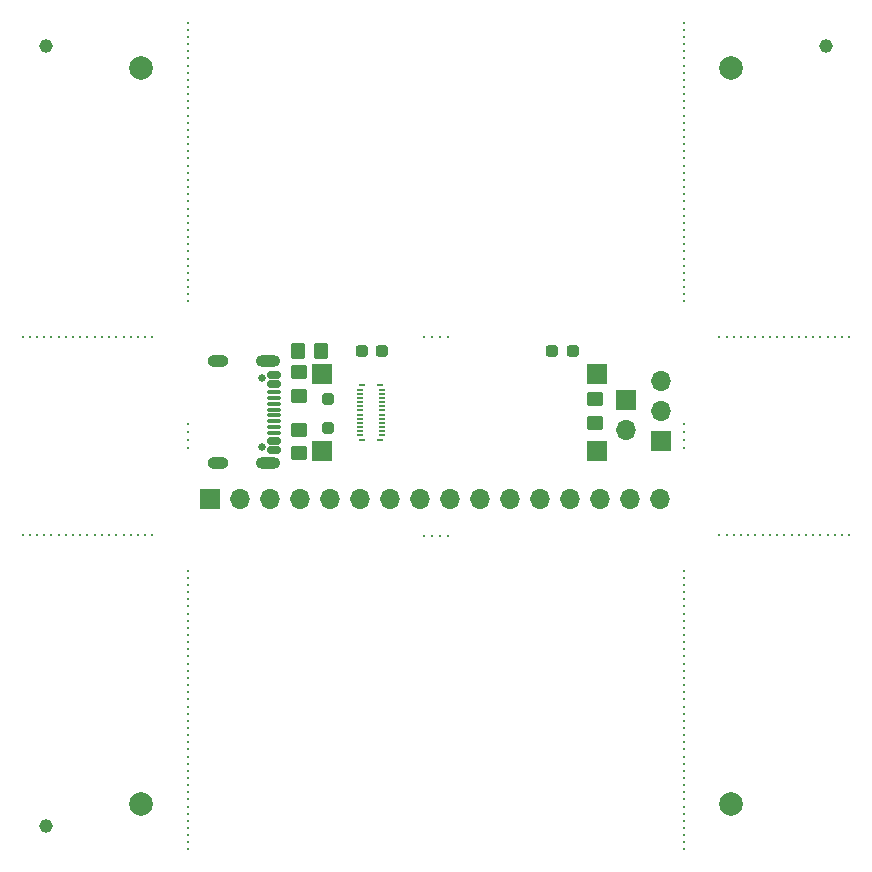
<source format=gts>
G04 #@! TF.GenerationSoftware,KiCad,Pcbnew,8.0.7*
G04 #@! TF.CreationDate,2025-01-10T19:55:37-05:00*
G04 #@! TF.ProjectId,panel,70616e65-6c2e-46b6-9963-61645f706362,rev?*
G04 #@! TF.SameCoordinates,Original*
G04 #@! TF.FileFunction,Soldermask,Top*
G04 #@! TF.FilePolarity,Negative*
%FSLAX46Y46*%
G04 Gerber Fmt 4.6, Leading zero omitted, Abs format (unit mm)*
G04 Created by KiCad (PCBNEW 8.0.7) date 2025-01-10 19:55:37*
%MOMM*%
%LPD*%
G01*
G04 APERTURE LIST*
G04 Aperture macros list*
%AMRoundRect*
0 Rectangle with rounded corners*
0 $1 Rounding radius*
0 $2 $3 $4 $5 $6 $7 $8 $9 X,Y pos of 4 corners*
0 Add a 4 corners polygon primitive as box body*
4,1,4,$2,$3,$4,$5,$6,$7,$8,$9,$2,$3,0*
0 Add four circle primitives for the rounded corners*
1,1,$1+$1,$2,$3*
1,1,$1+$1,$4,$5*
1,1,$1+$1,$6,$7*
1,1,$1+$1,$8,$9*
0 Add four rect primitives between the rounded corners*
20,1,$1+$1,$2,$3,$4,$5,0*
20,1,$1+$1,$4,$5,$6,$7,0*
20,1,$1+$1,$6,$7,$8,$9,0*
20,1,$1+$1,$8,$9,$2,$3,0*%
G04 Aperture macros list end*
%ADD10C,0.300000*%
%ADD11R,1.700000X1.700000*%
%ADD12O,1.700000X1.700000*%
%ADD13R,0.485000X0.180000*%
%ADD14R,0.535000X0.230000*%
%ADD15RoundRect,0.250000X0.450000X-0.350000X0.450000X0.350000X-0.450000X0.350000X-0.450000X-0.350000X0*%
%ADD16RoundRect,0.237500X0.287500X0.237500X-0.287500X0.237500X-0.287500X-0.237500X0.287500X-0.237500X0*%
%ADD17C,0.650000*%
%ADD18RoundRect,0.150000X-0.425000X0.150000X-0.425000X-0.150000X0.425000X-0.150000X0.425000X0.150000X0*%
%ADD19RoundRect,0.075000X-0.500000X0.075000X-0.500000X-0.075000X0.500000X-0.075000X0.500000X0.075000X0*%
%ADD20O,2.100000X1.000000*%
%ADD21O,1.800000X1.000000*%
%ADD22C,1.152000*%
%ADD23RoundRect,0.250000X0.250000X-0.250000X0.250000X0.250000X-0.250000X0.250000X-0.250000X-0.250000X0*%
%ADD24RoundRect,0.250000X-0.350000X-0.450000X0.350000X-0.450000X0.350000X0.450000X-0.350000X0.450000X0*%
%ADD25RoundRect,0.237500X-0.287500X-0.237500X0.287500X-0.237500X0.287500X0.237500X-0.287500X0.237500X0*%
%ADD26C,2.000000*%
G04 APERTURE END LIST*
D10*
G04 #@! TO.C,KiKit_MB_8_26*
X56000000Y-61528205D03*
G04 #@! TD*
G04 #@! TO.C,KiKit_MB_6_26*
X56000000Y-15128206D03*
G04 #@! TD*
G04 #@! TO.C,KiKit_MB_9_4*
X1833334Y-26600000D03*
G04 #@! TD*
G04 #@! TO.C,KiKit_MB_10_6*
X3055556Y-43400000D03*
G04 #@! TD*
G04 #@! TO.C,KiKit_MB_6_8*
X56000000Y-4235898D03*
G04 #@! TD*
G04 #@! TO.C,KiKit_MB_7_26*
X14000000Y-61528205D03*
G04 #@! TD*
G04 #@! TO.C,KiKit_MB_12_1*
X59000000Y-43400000D03*
G04 #@! TD*
G04 #@! TO.C,KiKit_MB_7_36*
X14000000Y-67579487D03*
G04 #@! TD*
G04 #@! TO.C,KiKit_MB_6_37*
X56000000Y-21784616D03*
G04 #@! TD*
G04 #@! TO.C,KiKit_MB_1_3*
X13970000Y-34666667D03*
G04 #@! TD*
G04 #@! TO.C,KiKit_MB_10_5*
X2444445Y-43400000D03*
G04 #@! TD*
G04 #@! TO.C,KiKit_MB_9_7*
X3666667Y-26600000D03*
G04 #@! TD*
G04 #@! TO.C,KiKit_MB_6_1*
X56000000Y0D03*
G04 #@! TD*
G04 #@! TO.C,KiKit_MB_7_16*
X14000000Y-55476923D03*
G04 #@! TD*
G04 #@! TO.C,KiKit_MB_11_19*
X70000000Y-26600000D03*
G04 #@! TD*
G04 #@! TO.C,KiKit_MB_5_16*
X14000000Y-9076924D03*
G04 #@! TD*
G04 #@! TO.C,KiKit_MB_9_11*
X6111112Y-26600000D03*
G04 #@! TD*
D11*
G04 #@! TO.C,J3*
X51100000Y-31975000D03*
D12*
X51100000Y-34515000D03*
G04 #@! TD*
D10*
G04 #@! TO.C,KiKit_MB_6_4*
X56000000Y-1815385D03*
G04 #@! TD*
G04 #@! TO.C,KiKit_MB_4_4*
X34000000Y-43430000D03*
G04 #@! TD*
G04 #@! TO.C,KiKit_MB_11_17*
X68777777Y-26600000D03*
G04 #@! TD*
G04 #@! TO.C,KiKit_MB_6_34*
X56000000Y-19969231D03*
G04 #@! TD*
G04 #@! TO.C,KiKit_MB_9_6*
X3055556Y-26600000D03*
G04 #@! TD*
G04 #@! TO.C,KiKit_MB_11_1*
X59000000Y-26600000D03*
G04 #@! TD*
D13*
G04 #@! TO.C,J1*
X30407000Y-31075000D03*
X30407000Y-31425000D03*
X30407000Y-31775000D03*
X30407000Y-32125000D03*
X30407000Y-32475000D03*
X30407000Y-32825000D03*
X30407000Y-33175000D03*
X30407000Y-33525000D03*
X30407000Y-33875000D03*
X30407000Y-34225000D03*
X30407000Y-34575000D03*
X30407000Y-34925000D03*
X28592000Y-34925000D03*
X28592000Y-34575000D03*
X28592000Y-34225000D03*
X28592000Y-33875000D03*
X28592000Y-33525000D03*
X28592000Y-33175000D03*
X28592000Y-32825000D03*
X28592000Y-32475000D03*
X28592000Y-32125000D03*
X28592000Y-31775000D03*
X28592000Y-31425000D03*
X28592000Y-31075000D03*
D14*
X30268000Y-30700000D03*
X28732000Y-30700000D03*
X30268000Y-35300000D03*
X28732000Y-35300000D03*
G04 #@! TD*
D10*
G04 #@! TO.C,KiKit_MB_7_35*
X14000000Y-66974358D03*
G04 #@! TD*
G04 #@! TO.C,KiKit_MB_5_5*
X14000000Y-2420513D03*
G04 #@! TD*
G04 #@! TO.C,KiKit_MB_7_15*
X14000000Y-54871794D03*
G04 #@! TD*
G04 #@! TO.C,KiKit_MB_8_12*
X56000000Y-53056410D03*
G04 #@! TD*
G04 #@! TO.C,KiKit_MB_7_34*
X14000000Y-66369230D03*
G04 #@! TD*
G04 #@! TO.C,KiKit_MB_7_17*
X14000000Y-56082051D03*
G04 #@! TD*
G04 #@! TO.C,KiKit_MB_6_10*
X56000000Y-5446154D03*
G04 #@! TD*
G04 #@! TO.C,KiKit_MB_5_36*
X14000000Y-21179488D03*
G04 #@! TD*
G04 #@! TO.C,KiKit_MB_5_27*
X14000000Y-15733334D03*
G04 #@! TD*
G04 #@! TO.C,KiKit_MB_7_18*
X14000000Y-56687179D03*
G04 #@! TD*
G04 #@! TO.C,KiKit_MB_12_10*
X64500000Y-43400000D03*
G04 #@! TD*
D15*
G04 #@! TO.C,R1*
X23400000Y-31600000D03*
X23400000Y-29600000D03*
G04 #@! TD*
D10*
G04 #@! TO.C,KiKit_MB_5_37*
X14000000Y-21784616D03*
G04 #@! TD*
G04 #@! TO.C,KiKit_MB_7_3*
X14000000Y-47610256D03*
G04 #@! TD*
G04 #@! TO.C,KiKit_MB_5_11*
X14000000Y-6051283D03*
G04 #@! TD*
G04 #@! TO.C,KiKit_MB_9_1*
X0Y-26600000D03*
G04 #@! TD*
G04 #@! TO.C,KiKit_MB_8_1*
X56000000Y-46400000D03*
G04 #@! TD*
G04 #@! TO.C,KiKit_MB_8_6*
X56000000Y-49425641D03*
G04 #@! TD*
D16*
G04 #@! TO.C,D2*
X30475000Y-27800000D03*
X28725000Y-27800000D03*
G04 #@! TD*
D10*
G04 #@! TO.C,KiKit_MB_10_9*
X4888889Y-43400000D03*
G04 #@! TD*
G04 #@! TO.C,KiKit_MB_5_24*
X14000000Y-13917949D03*
G04 #@! TD*
G04 #@! TO.C,KiKit_MB_11_7*
X62666666Y-26600000D03*
G04 #@! TD*
G04 #@! TO.C,KiKit_MB_5_25*
X14000000Y-14523077D03*
G04 #@! TD*
G04 #@! TO.C,KiKit_MB_9_8*
X4277778Y-26600000D03*
G04 #@! TD*
G04 #@! TO.C,KiKit_MB_5_7*
X14000000Y-3630770D03*
G04 #@! TD*
G04 #@! TO.C,KiKit_MB_7_13*
X14000000Y-53661538D03*
G04 #@! TD*
G04 #@! TO.C,KiKit_MB_6_38*
X56000000Y-22389744D03*
G04 #@! TD*
G04 #@! TO.C,KiKit_MB_11_5*
X61444444Y-26600000D03*
G04 #@! TD*
G04 #@! TO.C,KiKit_MB_5_3*
X14000000Y-1210257D03*
G04 #@! TD*
D17*
G04 #@! TO.C,P1*
X20255000Y-30110000D03*
X20255000Y-35890000D03*
D18*
X21330000Y-29800000D03*
X21330000Y-30600000D03*
D19*
X21330000Y-31750000D03*
X21330000Y-32750000D03*
X21330000Y-33250000D03*
X21330000Y-34250000D03*
D18*
X21330000Y-35400000D03*
X21330000Y-36200000D03*
X21330000Y-36200000D03*
X21330000Y-35400000D03*
D19*
X21330000Y-34750000D03*
X21330000Y-33750000D03*
X21330000Y-32250000D03*
X21330000Y-31250000D03*
D18*
X21330000Y-30600000D03*
X21330000Y-29800000D03*
D20*
X20755000Y-28680000D03*
D21*
X16575000Y-28680000D03*
D20*
X20755000Y-37320000D03*
D21*
X16575000Y-37320000D03*
G04 #@! TD*
D10*
G04 #@! TO.C,KiKit_MB_7_1*
X14000000Y-46400000D03*
G04 #@! TD*
G04 #@! TO.C,KiKit_MB_5_32*
X14000000Y-18758975D03*
G04 #@! TD*
D22*
G04 #@! TO.C,KiKit_TO_1*
X2000000Y-2000000D03*
G04 #@! TD*
D10*
G04 #@! TO.C,KiKit_MB_6_9*
X56000000Y-4841026D03*
G04 #@! TD*
G04 #@! TO.C,KiKit_MB_12_13*
X66333333Y-43400000D03*
G04 #@! TD*
G04 #@! TO.C,KiKit_MB_8_37*
X56000000Y-68184615D03*
G04 #@! TD*
G04 #@! TO.C,KiKit_MB_11_11*
X65111111Y-26600000D03*
G04 #@! TD*
G04 #@! TO.C,KiKit_MB_5_39*
X14000000Y-22994872D03*
G04 #@! TD*
G04 #@! TO.C,KiKit_MB_11_2*
X59611111Y-26600000D03*
G04 #@! TD*
G04 #@! TO.C,KiKit_MB_10_1*
X0Y-43400000D03*
G04 #@! TD*
G04 #@! TO.C,KiKit_MB_8_29*
X56000000Y-63343589D03*
G04 #@! TD*
G04 #@! TO.C,KiKit_MB_7_23*
X14000000Y-59712820D03*
G04 #@! TD*
G04 #@! TO.C,KiKit_MB_8_8*
X56000000Y-50635897D03*
G04 #@! TD*
G04 #@! TO.C,KiKit_MB_3_2*
X34666667Y-26570000D03*
G04 #@! TD*
G04 #@! TO.C,KiKit_MB_6_30*
X56000000Y-17548718D03*
G04 #@! TD*
G04 #@! TO.C,KiKit_MB_12_3*
X60222222Y-43400000D03*
G04 #@! TD*
G04 #@! TO.C,KiKit_MB_5_21*
X14000000Y-12102565D03*
G04 #@! TD*
G04 #@! TO.C,KiKit_MB_8_5*
X56000000Y-48820512D03*
G04 #@! TD*
G04 #@! TO.C,KiKit_MB_7_39*
X14000000Y-69394871D03*
G04 #@! TD*
G04 #@! TO.C,KiKit_MB_10_17*
X9777778Y-43400000D03*
G04 #@! TD*
G04 #@! TO.C,KiKit_MB_7_30*
X14000000Y-63948717D03*
G04 #@! TD*
G04 #@! TO.C,KiKit_MB_8_7*
X56000000Y-50030769D03*
G04 #@! TD*
G04 #@! TO.C,KiKit_MB_6_39*
X56000000Y-22994872D03*
G04 #@! TD*
D22*
G04 #@! TO.C,KiKit_TO_3*
X2000000Y-68000000D03*
G04 #@! TD*
D10*
G04 #@! TO.C,KiKit_MB_8_13*
X56000000Y-53661538D03*
G04 #@! TD*
G04 #@! TO.C,KiKit_MB_6_28*
X56000000Y-16338462D03*
G04 #@! TD*
G04 #@! TO.C,KiKit_MB_11_9*
X63888888Y-26600000D03*
G04 #@! TD*
G04 #@! TO.C,KiKit_MB_9_2*
X611112Y-26600000D03*
G04 #@! TD*
G04 #@! TO.C,KiKit_MB_10_10*
X5500000Y-43400000D03*
G04 #@! TD*
G04 #@! TO.C,KiKit_MB_2_4*
X56030000Y-36000000D03*
G04 #@! TD*
G04 #@! TO.C,KiKit_MB_7_29*
X14000000Y-63343589D03*
G04 #@! TD*
G04 #@! TO.C,KiKit_MB_7_19*
X14000000Y-57292307D03*
G04 #@! TD*
G04 #@! TO.C,KiKit_MB_12_18*
X69388888Y-43400000D03*
G04 #@! TD*
G04 #@! TO.C,KiKit_MB_11_12*
X65722222Y-26600000D03*
G04 #@! TD*
G04 #@! TO.C,KiKit_MB_5_30*
X14000000Y-17548718D03*
G04 #@! TD*
G04 #@! TO.C,KiKit_MB_3_3*
X35333333Y-26570000D03*
G04 #@! TD*
D23*
G04 #@! TO.C,D1*
X25900000Y-34350000D03*
X25900000Y-31850000D03*
G04 #@! TD*
D10*
G04 #@! TO.C,KiKit_MB_8_11*
X56000000Y-52451282D03*
G04 #@! TD*
G04 #@! TO.C,KiKit_MB_11_16*
X68166666Y-26600000D03*
G04 #@! TD*
G04 #@! TO.C,KiKit_MB_9_18*
X10388889Y-26600000D03*
G04 #@! TD*
D24*
G04 #@! TO.C,R3*
X23300000Y-27800000D03*
X25300000Y-27800000D03*
G04 #@! TD*
D10*
G04 #@! TO.C,KiKit_MB_3_4*
X36000000Y-26570000D03*
G04 #@! TD*
G04 #@! TO.C,KiKit_MB_11_15*
X67555555Y-26600000D03*
G04 #@! TD*
G04 #@! TO.C,KiKit_MB_5_19*
X14000000Y-10892308D03*
G04 #@! TD*
G04 #@! TO.C,KiKit_MB_5_2*
X14000000Y-605129D03*
G04 #@! TD*
G04 #@! TO.C,KiKit_MB_7_9*
X14000000Y-51241025D03*
G04 #@! TD*
G04 #@! TO.C,KiKit_MB_7_11*
X14000000Y-52451282D03*
G04 #@! TD*
G04 #@! TO.C,KiKit_MB_8_16*
X56000000Y-55476923D03*
G04 #@! TD*
G04 #@! TO.C,KiKit_MB_8_4*
X56000000Y-48215384D03*
G04 #@! TD*
G04 #@! TO.C,KiKit_MB_7_20*
X14000000Y-57897435D03*
G04 #@! TD*
G04 #@! TO.C,KiKit_MB_8_34*
X56000000Y-66369230D03*
G04 #@! TD*
G04 #@! TO.C,KiKit_MB_10_15*
X8555556Y-43400000D03*
G04 #@! TD*
G04 #@! TO.C,KiKit_MB_12_4*
X60833333Y-43400000D03*
G04 #@! TD*
G04 #@! TO.C,KiKit_MB_2_1*
X56030000Y-34000000D03*
G04 #@! TD*
D25*
G04 #@! TO.C,D3*
X44825000Y-27800000D03*
X46575000Y-27800000D03*
G04 #@! TD*
D10*
G04 #@! TO.C,KiKit_MB_11_4*
X60833333Y-26600000D03*
G04 #@! TD*
G04 #@! TO.C,KiKit_MB_6_27*
X56000000Y-15733334D03*
G04 #@! TD*
G04 #@! TO.C,KiKit_MB_9_15*
X8555556Y-26600000D03*
G04 #@! TD*
G04 #@! TO.C,KiKit_MB_6_18*
X56000000Y-10287180D03*
G04 #@! TD*
G04 #@! TO.C,KiKit_MB_6_35*
X56000000Y-20574359D03*
G04 #@! TD*
G04 #@! TO.C,KiKit_MB_9_3*
X1222223Y-26600000D03*
G04 #@! TD*
G04 #@! TO.C,KiKit_MB_10_4*
X1833334Y-43400000D03*
G04 #@! TD*
G04 #@! TO.C,KiKit_MB_11_8*
X63277777Y-26600000D03*
G04 #@! TD*
G04 #@! TO.C,KiKit_MB_10_3*
X1222223Y-43400000D03*
G04 #@! TD*
G04 #@! TO.C,KiKit_MB_5_4*
X14000000Y-1815385D03*
G04 #@! TD*
G04 #@! TO.C,KiKit_MB_8_31*
X56000000Y-64553846D03*
G04 #@! TD*
D15*
G04 #@! TO.C,R2*
X23400000Y-36450000D03*
X23400000Y-34450000D03*
G04 #@! TD*
D10*
G04 #@! TO.C,KiKit_MB_9_9*
X4888889Y-26600000D03*
G04 #@! TD*
G04 #@! TO.C,KiKit_MB_8_10*
X56000000Y-51846153D03*
G04 #@! TD*
G04 #@! TO.C,KiKit_MB_5_18*
X14000000Y-10287180D03*
G04 #@! TD*
G04 #@! TO.C,KiKit_MB_9_12*
X6722223Y-26600000D03*
G04 #@! TD*
G04 #@! TO.C,KiKit_MB_2_2*
X56030000Y-34666667D03*
G04 #@! TD*
G04 #@! TO.C,KiKit_MB_10_18*
X10388889Y-43400000D03*
G04 #@! TD*
G04 #@! TO.C,KiKit_MB_1_1*
X13970000Y-36000000D03*
G04 #@! TD*
G04 #@! TO.C,KiKit_MB_7_40*
X14000000Y-70000000D03*
G04 #@! TD*
G04 #@! TO.C,KiKit_MB_7_22*
X14000000Y-59107692D03*
G04 #@! TD*
G04 #@! TO.C,KiKit_MB_7_27*
X14000000Y-62133333D03*
G04 #@! TD*
G04 #@! TO.C,KiKit_MB_12_7*
X62666666Y-43400000D03*
G04 #@! TD*
G04 #@! TO.C,KiKit_MB_6_19*
X56000000Y-10892308D03*
G04 #@! TD*
G04 #@! TO.C,KiKit_MB_5_17*
X14000000Y-9682052D03*
G04 #@! TD*
G04 #@! TO.C,KiKit_MB_5_6*
X14000000Y-3025642D03*
G04 #@! TD*
G04 #@! TO.C,KiKit_MB_8_32*
X56000000Y-65158974D03*
G04 #@! TD*
G04 #@! TO.C,KiKit_MB_12_6*
X62055555Y-43400000D03*
G04 #@! TD*
G04 #@! TO.C,KiKit_MB_11_18*
X69388888Y-26600000D03*
G04 #@! TD*
G04 #@! TO.C,KiKit_MB_8_24*
X56000000Y-60317948D03*
G04 #@! TD*
G04 #@! TO.C,KiKit_MB_12_9*
X63888888Y-43400000D03*
G04 #@! TD*
G04 #@! TO.C,KiKit_MB_7_33*
X14000000Y-65764102D03*
G04 #@! TD*
G04 #@! TO.C,KiKit_MB_12_8*
X63277777Y-43400000D03*
G04 #@! TD*
G04 #@! TO.C,KiKit_MB_11_13*
X66333333Y-26600000D03*
G04 #@! TD*
G04 #@! TO.C,KiKit_MB_8_27*
X56000000Y-62133333D03*
G04 #@! TD*
G04 #@! TO.C,KiKit_MB_6_13*
X56000000Y-7261539D03*
G04 #@! TD*
G04 #@! TO.C,KiKit_MB_11_3*
X60222222Y-26600000D03*
G04 #@! TD*
G04 #@! TO.C,KiKit_MB_7_25*
X14000000Y-60923076D03*
G04 #@! TD*
G04 #@! TO.C,KiKit_MB_6_36*
X56000000Y-21179488D03*
G04 #@! TD*
G04 #@! TO.C,KiKit_MB_11_10*
X64500000Y-26600000D03*
G04 #@! TD*
G04 #@! TO.C,KiKit_MB_7_12*
X14000000Y-53056410D03*
G04 #@! TD*
G04 #@! TO.C,KiKit_MB_5_14*
X14000000Y-7866667D03*
G04 #@! TD*
G04 #@! TO.C,KiKit_MB_12_15*
X67555555Y-43400000D03*
G04 #@! TD*
G04 #@! TO.C,KiKit_MB_1_4*
X13970000Y-34000000D03*
G04 #@! TD*
G04 #@! TO.C,KiKit_MB_8_17*
X56000000Y-56082051D03*
G04 #@! TD*
G04 #@! TO.C,KiKit_MB_5_8*
X14000000Y-4235898D03*
G04 #@! TD*
G04 #@! TO.C,KiKit_MB_5_33*
X14000000Y-19364103D03*
G04 #@! TD*
G04 #@! TO.C,KiKit_MB_12_11*
X65111111Y-43400000D03*
G04 #@! TD*
G04 #@! TO.C,KiKit_MB_8_30*
X56000000Y-63948717D03*
G04 #@! TD*
G04 #@! TO.C,KiKit_MB_5_1*
X14000000Y0D03*
G04 #@! TD*
G04 #@! TO.C,KiKit_MB_12_5*
X61444444Y-43400000D03*
G04 #@! TD*
G04 #@! TO.C,KiKit_MB_6_16*
X56000000Y-9076924D03*
G04 #@! TD*
G04 #@! TO.C,KiKit_MB_5_26*
X14000000Y-15128206D03*
G04 #@! TD*
G04 #@! TO.C,KiKit_MB_5_15*
X14000000Y-8471795D03*
G04 #@! TD*
G04 #@! TO.C,KiKit_MB_8_38*
X56000000Y-68789743D03*
G04 #@! TD*
G04 #@! TO.C,KiKit_MB_12_12*
X65722222Y-43400000D03*
G04 #@! TD*
G04 #@! TO.C,KiKit_MB_5_23*
X14000000Y-13312821D03*
G04 #@! TD*
G04 #@! TO.C,KiKit_MB_8_21*
X56000000Y-58502564D03*
G04 #@! TD*
D26*
G04 #@! TO.C,KiKit_FID_T_2*
X60000000Y-3850000D03*
G04 #@! TD*
D10*
G04 #@! TO.C,KiKit_MB_5_38*
X14000000Y-22389744D03*
G04 #@! TD*
G04 #@! TO.C,KiKit_MB_10_8*
X4277778Y-43400000D03*
G04 #@! TD*
G04 #@! TO.C,KiKit_MB_5_34*
X14000000Y-19969231D03*
G04 #@! TD*
G04 #@! TO.C,KiKit_MB_6_12*
X56000000Y-6656411D03*
G04 #@! TD*
G04 #@! TO.C,KiKit_MB_8_19*
X56000000Y-57292307D03*
G04 #@! TD*
G04 #@! TO.C,KiKit_MB_8_2*
X56000000Y-47005128D03*
G04 #@! TD*
G04 #@! TO.C,KiKit_MB_6_15*
X56000000Y-8471795D03*
G04 #@! TD*
G04 #@! TO.C,KiKit_MB_6_6*
X56000000Y-3025642D03*
G04 #@! TD*
G04 #@! TO.C,KiKit_MB_5_29*
X14000000Y-16943590D03*
G04 #@! TD*
G04 #@! TO.C,KiKit_MB_5_22*
X14000000Y-12707693D03*
G04 #@! TD*
G04 #@! TO.C,KiKit_MB_5_28*
X14000000Y-16338462D03*
G04 #@! TD*
G04 #@! TO.C,KiKit_MB_5_10*
X14000000Y-5446154D03*
G04 #@! TD*
G04 #@! TO.C,KiKit_MB_1_2*
X13970000Y-35333333D03*
G04 #@! TD*
G04 #@! TO.C,KiKit_MB_7_21*
X14000000Y-58502564D03*
G04 #@! TD*
G04 #@! TO.C,KiKit_MB_7_10*
X14000000Y-51846153D03*
G04 #@! TD*
G04 #@! TO.C,KiKit_MB_9_17*
X9777778Y-26600000D03*
G04 #@! TD*
G04 #@! TO.C,KiKit_MB_8_20*
X56000000Y-57897435D03*
G04 #@! TD*
G04 #@! TO.C,KiKit_MB_7_38*
X14000000Y-68789743D03*
G04 #@! TD*
G04 #@! TO.C,KiKit_MB_6_20*
X56000000Y-11497436D03*
G04 #@! TD*
G04 #@! TO.C,KiKit_MB_5_31*
X14000000Y-18153847D03*
G04 #@! TD*
G04 #@! TO.C,KiKit_MB_7_24*
X14000000Y-60317948D03*
G04 #@! TD*
G04 #@! TO.C,KiKit_MB_5_13*
X14000000Y-7261539D03*
G04 #@! TD*
G04 #@! TO.C,KiKit_MB_9_10*
X5500000Y-26600000D03*
G04 #@! TD*
G04 #@! TO.C,KiKit_MB_7_2*
X14000000Y-47005128D03*
G04 #@! TD*
G04 #@! TO.C,KiKit_MB_3_1*
X34000000Y-26570000D03*
G04 #@! TD*
G04 #@! TO.C,KiKit_MB_10_16*
X9166667Y-43400000D03*
G04 #@! TD*
G04 #@! TO.C,KiKit_MB_6_7*
X56000000Y-3630770D03*
G04 #@! TD*
G04 #@! TO.C,KiKit_MB_8_15*
X56000000Y-54871794D03*
G04 #@! TD*
G04 #@! TO.C,KiKit_MB_8_28*
X56000000Y-62738461D03*
G04 #@! TD*
G04 #@! TO.C,KiKit_MB_8_36*
X56000000Y-67579487D03*
G04 #@! TD*
G04 #@! TO.C,KiKit_MB_7_4*
X14000000Y-48215384D03*
G04 #@! TD*
G04 #@! TO.C,KiKit_MB_12_16*
X68166666Y-43400000D03*
G04 #@! TD*
G04 #@! TO.C,KiKit_MB_6_31*
X56000000Y-18153847D03*
G04 #@! TD*
G04 #@! TO.C,KiKit_MB_8_40*
X56000000Y-70000000D03*
G04 #@! TD*
G04 #@! TO.C,KiKit_MB_7_6*
X14000000Y-49425641D03*
G04 #@! TD*
D26*
G04 #@! TO.C,KiKit_FID_T_1*
X10000000Y-3850000D03*
G04 #@! TD*
D10*
G04 #@! TO.C,KiKit_MB_6_33*
X56000000Y-19364103D03*
G04 #@! TD*
G04 #@! TO.C,KiKit_MB_4_1*
X36000000Y-43430000D03*
G04 #@! TD*
G04 #@! TO.C,KiKit_MB_10_11*
X6111112Y-43400000D03*
G04 #@! TD*
G04 #@! TO.C,KiKit_MB_10_12*
X6722223Y-43400000D03*
G04 #@! TD*
G04 #@! TO.C,KiKit_MB_5_12*
X14000000Y-6656411D03*
G04 #@! TD*
D15*
G04 #@! TO.C,R4*
X48500000Y-33900000D03*
X48500000Y-31900000D03*
G04 #@! TD*
D10*
G04 #@! TO.C,KiKit_MB_11_14*
X66944444Y-26600000D03*
G04 #@! TD*
G04 #@! TO.C,KiKit_MB_2_3*
X56030000Y-35333333D03*
G04 #@! TD*
G04 #@! TO.C,KiKit_MB_6_21*
X56000000Y-12102565D03*
G04 #@! TD*
G04 #@! TO.C,KiKit_MB_6_25*
X56000000Y-14523077D03*
G04 #@! TD*
D22*
G04 #@! TO.C,KiKit_TO_2*
X68000000Y-2000000D03*
G04 #@! TD*
D10*
G04 #@! TO.C,KiKit_MB_7_7*
X14000000Y-50030769D03*
G04 #@! TD*
G04 #@! TO.C,KiKit_MB_5_35*
X14000000Y-20574359D03*
G04 #@! TD*
G04 #@! TO.C,KiKit_MB_7_28*
X14000000Y-62738461D03*
G04 #@! TD*
G04 #@! TO.C,KiKit_MB_8_23*
X56000000Y-59712820D03*
G04 #@! TD*
G04 #@! TO.C,KiKit_MB_12_14*
X66944444Y-43400000D03*
G04 #@! TD*
G04 #@! TO.C,KiKit_MB_10_2*
X611112Y-43400000D03*
G04 #@! TD*
G04 #@! TO.C,KiKit_MB_5_40*
X14000000Y-23600000D03*
G04 #@! TD*
G04 #@! TO.C,KiKit_MB_7_5*
X14000000Y-48820512D03*
G04 #@! TD*
G04 #@! TO.C,KiKit_MB_5_9*
X14000000Y-4841026D03*
G04 #@! TD*
G04 #@! TO.C,KiKit_MB_4_3*
X34666667Y-43430000D03*
G04 #@! TD*
G04 #@! TO.C,KiKit_MB_6_23*
X56000000Y-13312821D03*
G04 #@! TD*
G04 #@! TO.C,KiKit_MB_9_16*
X9166667Y-26600000D03*
G04 #@! TD*
G04 #@! TO.C,KiKit_MB_9_5*
X2444445Y-26600000D03*
G04 #@! TD*
G04 #@! TO.C,KiKit_MB_5_20*
X14000000Y-11497436D03*
G04 #@! TD*
G04 #@! TO.C,KiKit_MB_8_9*
X56000000Y-51241025D03*
G04 #@! TD*
G04 #@! TO.C,KiKit_MB_12_17*
X68777777Y-43400000D03*
G04 #@! TD*
G04 #@! TO.C,KiKit_MB_9_19*
X11000000Y-26600000D03*
G04 #@! TD*
G04 #@! TO.C,KiKit_MB_8_25*
X56000000Y-60923076D03*
G04 #@! TD*
D26*
G04 #@! TO.C,KiKit_FID_T_4*
X60000000Y-66150000D03*
G04 #@! TD*
D10*
G04 #@! TO.C,KiKit_MB_7_14*
X14000000Y-54266666D03*
G04 #@! TD*
G04 #@! TO.C,KiKit_MB_6_22*
X56000000Y-12707693D03*
G04 #@! TD*
G04 #@! TO.C,KiKit_MB_7_8*
X14000000Y-50635897D03*
G04 #@! TD*
G04 #@! TO.C,KiKit_MB_10_14*
X7944445Y-43400000D03*
G04 #@! TD*
G04 #@! TO.C,KiKit_MB_7_37*
X14000000Y-68184615D03*
G04 #@! TD*
G04 #@! TO.C,KiKit_MB_7_32*
X14000000Y-65158974D03*
G04 #@! TD*
D11*
G04 #@! TO.C,J2*
X54050000Y-35450000D03*
D12*
X54050000Y-32910000D03*
X54050000Y-30370000D03*
G04 #@! TD*
D10*
G04 #@! TO.C,KiKit_MB_7_31*
X14000000Y-64553846D03*
G04 #@! TD*
G04 #@! TO.C,KiKit_MB_6_5*
X56000000Y-2420513D03*
G04 #@! TD*
G04 #@! TO.C,KiKit_MB_8_3*
X56000000Y-47610256D03*
G04 #@! TD*
G04 #@! TO.C,KiKit_MB_12_2*
X59611111Y-43400000D03*
G04 #@! TD*
G04 #@! TO.C,KiKit_MB_6_32*
X56000000Y-18758975D03*
G04 #@! TD*
G04 #@! TO.C,KiKit_MB_9_13*
X7333334Y-26600000D03*
G04 #@! TD*
G04 #@! TO.C,KiKit_MB_10_19*
X11000000Y-43400000D03*
G04 #@! TD*
G04 #@! TO.C,KiKit_MB_8_39*
X56000000Y-69394871D03*
G04 #@! TD*
G04 #@! TO.C,KiKit_MB_8_22*
X56000000Y-59107692D03*
G04 #@! TD*
G04 #@! TO.C,KiKit_MB_8_33*
X56000000Y-65764102D03*
G04 #@! TD*
G04 #@! TO.C,KiKit_MB_11_6*
X62055555Y-26600000D03*
G04 #@! TD*
G04 #@! TO.C,KiKit_MB_4_2*
X35333333Y-43430000D03*
G04 #@! TD*
G04 #@! TO.C,KiKit_MB_6_14*
X56000000Y-7866667D03*
G04 #@! TD*
G04 #@! TO.C,KiKit_MB_6_24*
X56000000Y-13917949D03*
G04 #@! TD*
D26*
G04 #@! TO.C,KiKit_FID_T_3*
X10000000Y-66150000D03*
G04 #@! TD*
D10*
G04 #@! TO.C,KiKit_MB_8_14*
X56000000Y-54266666D03*
G04 #@! TD*
G04 #@! TO.C,KiKit_MB_6_2*
X56000000Y-605129D03*
G04 #@! TD*
G04 #@! TO.C,KiKit_MB_9_14*
X7944445Y-26600000D03*
G04 #@! TD*
G04 #@! TO.C,KiKit_MB_6_40*
X56000000Y-23600000D03*
G04 #@! TD*
G04 #@! TO.C,KiKit_MB_8_35*
X56000000Y-66974358D03*
G04 #@! TD*
G04 #@! TO.C,KiKit_MB_8_18*
X56000000Y-56687179D03*
G04 #@! TD*
G04 #@! TO.C,KiKit_MB_10_13*
X7333334Y-43400000D03*
G04 #@! TD*
G04 #@! TO.C,KiKit_MB_6_17*
X56000000Y-9682052D03*
G04 #@! TD*
D11*
G04 #@! TO.C,J4*
X15900000Y-40300000D03*
D12*
X18440000Y-40300000D03*
X20980000Y-40300000D03*
X23520000Y-40300000D03*
X26060000Y-40300000D03*
X28600000Y-40300000D03*
X31140000Y-40300000D03*
X33680000Y-40300000D03*
X36220000Y-40300000D03*
X38760000Y-40300000D03*
X41300000Y-40300000D03*
X43840000Y-40300000D03*
X46380000Y-40300000D03*
X48920000Y-40300000D03*
X51460000Y-40300000D03*
X54000000Y-40300000D03*
G04 #@! TD*
D10*
G04 #@! TO.C,KiKit_MB_10_7*
X3666667Y-43400000D03*
G04 #@! TD*
G04 #@! TO.C,KiKit_MB_12_19*
X70000000Y-43400000D03*
G04 #@! TD*
G04 #@! TO.C,KiKit_MB_6_11*
X56000000Y-6051283D03*
G04 #@! TD*
G04 #@! TO.C,KiKit_MB_6_3*
X56000000Y-1210257D03*
G04 #@! TD*
G04 #@! TO.C,KiKit_MB_6_29*
X56000000Y-16943590D03*
G04 #@! TD*
D11*
G04 #@! TO.C,J8*
X48650000Y-29750000D03*
X25350000Y-29750000D03*
X48650000Y-36250000D03*
X25350000Y-36250000D03*
G04 #@! TD*
M02*

</source>
